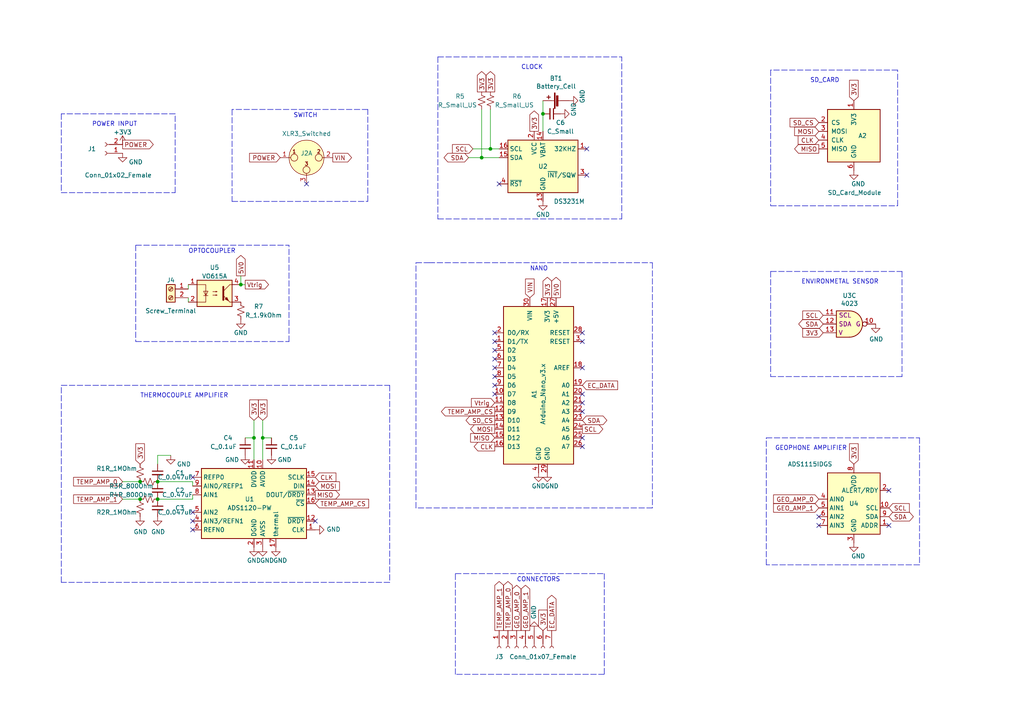
<source format=kicad_sch>
(kicad_sch (version 20211123) (generator eeschema)
  (paper "A4")
  (title_block (title "PENETROMETER BOARD") (date "2023-05-05") (company "ARTS LAB"))
  (lib_symbols
    (symbol "4xxx:4023" (pin_names (offset 1.016))
      (property "Reference" "U" (at 0 1.27 0))
      (property "Value" "4023" (at 0 -1.27 0))
      (symbol "4023_1_1"
        (arc (start 0 -3.81) (mid 3.81 0) (end 0 3.81) (stroke (width 0.254)) (fill (type background)))
        (polyline (pts (xy 0 3.81) (xy -3.81 3.81) (xy -3.81 -3.81) (xy 0 -3.81)) (stroke (width 0.254)) (fill (type background)))
        (pin input line (at -7.62 2.54 0) (length 3.81) (name "~") (number "1"))
        (pin input line (at -7.62 0 0) (length 3.81) (name "~") (number "2"))
        (pin input line (at -7.62 -2.54 0) (length 3.81) (name "~") (number "8"))
        (pin output inverted (at 7.62 0 180) (length 3.81) (name "~") (number "9"))
      )
      (symbol "4023_1_2"
        (arc (start -3.81 -3.81) (mid -2.589 0) (end -3.81 3.81) (stroke (width 0.254)))
        (arc (start -0.6096 -3.81) (mid 2.1842 -2.5851) (end 3.81 0) (stroke (width 0.254)) (fill (type background)))
        (polyline (pts (xy -3.81 -3.81) (xy -0.635 -3.81)) (stroke (width 0.254)) (fill (type background)))
        (polyline (pts (xy -3.81 3.81) (xy -0.635 3.81)) (stroke (width 0.254)) (fill (type background)))
        (polyline (pts (xy -0.635 3.81) (xy -3.81 3.81) (xy -3.81 3.81) (xy -3.556 3.4036) (xy -3.0226 2.2606) (xy -2.6924 1.0414) (xy -2.6162 -0.254) (xy -2.7686 -1.4986) (xy -3.175 -2.7178) (xy -3.81 -3.81) (xy -3.81 -3.81) (xy -0.635 -3.81)) (stroke (width -25.4)) (fill (type background)))
        (arc (start 3.81 0) (mid 2.1915 2.5936) (end -0.6096 3.81) (stroke (width 0.254)) (fill (type background)))
        (pin input inverted (at -7.62 2.54 0) (length 4.318) (name "~") (number "1"))
        (pin input inverted (at -7.62 0 0) (length 4.953) (name "~") (number "2"))
        (pin input inverted (at -7.62 -2.54 0) (length 4.318) (name "~") (number "8"))
        (pin output line (at 7.62 0 180) (length 3.81) (name "~") (number "9"))
      )
      (symbol "4023_2_1"
        (arc (start 0 -3.81) (mid 3.81 0) (end 0 3.81) (stroke (width 0.254)) (fill (type background)))
        (polyline (pts (xy 0 3.81) (xy -3.81 3.81) (xy -3.81 -3.81) (xy 0 -3.81)) (stroke (width 0.254)) (fill (type background)))
        (pin input line (at -7.62 2.54 0) (length 3.81) (name "~") (number "3"))
        (pin input line (at -7.62 0 0) (length 3.81) (name "~") (number "4"))
        (pin input line (at -7.62 -2.54 0) (length 3.81) (name "~") (number "5"))
        (pin output inverted (at 7.62 0 180) (length 3.81) (name "~") (number "6"))
      )
      (symbol "4023_2_2"
        (arc (start -3.81 -3.81) (mid -2.589 0) (end -3.81 3.81) (stroke (width 0.254)))
        (arc (start -0.6096 -3.81) (mid 2.1842 -2.5851) (end 3.81 0) (stroke (width 0.254)) (fill (type background)))
        (polyline (pts (xy -3.81 -3.81) (xy -0.635 -3.81)) (stroke (width 0.254)) (fill (type background)))
        (polyline (pts (xy -3.81 3.81) (xy -0.635 3.81)) (stroke (width 0.254)) (fill (type background)))
        (polyline (pts (xy -0.635 3.81) (xy -3.81 3.81) (xy -3.81 3.81) (xy -3.556 3.4036) (xy -3.0226 2.2606) (xy -2.6924 1.0414) (xy -2.6162 -0.254) (xy -2.7686 -1.4986) (xy -3.175 -2.7178) (xy -3.81 -3.81) (xy -3.81 -3.81) (xy -0.635 -3.81)) (stroke (width -25.4)) (fill (type background)))
        (arc (start 3.81 0) (mid 2.1915 2.5936) (end -0.6096 3.81) (stroke (width 0.254)) (fill (type background)))
        (pin input inverted (at -7.62 2.54 0) (length 4.318) (name "~") (number "3"))
        (pin input inverted (at -7.62 0 0) (length 4.953) (name "~") (number "4"))
        (pin input inverted (at -7.62 -2.54 0) (length 4.318) (name "~") (number "5"))
        (pin output line (at 7.62 0 180) (length 3.81) (name "~") (number "6"))
      )
      (symbol "4023_3_1"
        (arc (start 0 -3.81) (mid 3.81 0) (end 0 3.81) (stroke (width 0.254)) (fill (type background)))
        (polyline (pts (xy 0 3.81) (xy -3.81 3.81) (xy -3.81 -3.81) (xy 0 -3.81)) (stroke (width 0.254)) (fill (type background)))
        (pin output inverted (at 7.62 0 180) (length 3.81) (name "~") (number "10"))
        (pin input line (at -7.62 2.54 0) (length 3.81) (name "~") (number "11"))
        (pin input line (at -7.62 0 0) (length 3.81) (name "~") (number "12"))
        (pin input line (at -7.62 -2.54 0) (length 3.81) (name "~") (number "13"))
      )
      (symbol "4023_3_2"
        (arc (start -3.81 -3.81) (mid -2.589 0) (end -3.81 3.81) (stroke (width 0.254)))
        (arc (start -0.6096 -3.81) (mid 2.1842 -2.5851) (end 3.81 0) (stroke (width 0.254)) (fill (type background)))
        (polyline (pts (xy -3.81 -3.81) (xy -0.635 -3.81)) (stroke (width 0.254)) (fill (type background)))
        (polyline (pts (xy -3.81 3.81) (xy -0.635 3.81)) (stroke (width 0.254)) (fill (type background)))
        (polyline (pts (xy -0.635 3.81) (xy -3.81 3.81) (xy -3.81 3.81) (xy -3.556 3.4036) (xy -3.0226 2.2606) (xy -2.6924 1.0414) (xy -2.6162 -0.254) (xy -2.7686 -1.4986) (xy -3.175 -2.7178) (xy -3.81 -3.81) (xy -3.81 -3.81) (xy -0.635 -3.81)) (stroke (width -25.4)) (fill (type background)))
        (arc (start 3.81 0) (mid 2.1915 2.5936) (end -0.6096 3.81) (stroke (width 0.254)) (fill (type background)))
        (pin output line (at 7.62 0 180) (length 3.81) (name "~") (number "10"))
        (pin input inverted (at -7.62 2.54 0) (length 4.318) (name "~") (number "11"))
        (pin input inverted (at -7.62 0 0) (length 4.953) (name "~") (number "12"))
        (pin input inverted (at -7.62 -2.54 0) (length 4.318) (name "~") (number "13"))
      )
      (symbol "4023_4_0"
        (pin power_in line (at 0 12.7 270) (length 5.08) (name "VDD") (number "14"))
        (pin power_in line (at 0 -12.7 90) (length 5.08) (name "VSS") (number "7"))
      )
      (symbol "4023_4_1"
        (rectangle (start -5.08 7.62) (end 5.08 -7.62) (stroke (width 0.254)) (fill (type background)))
      )
    )
    (symbol "Analog_ADC:ADS1115IDGS"
      (property "Reference" "U" (at 2.54 13.97 0))
      (property "Value" "ADS1115IDGS" (at 7.62 11.43 0))
      (symbol "ADS1115IDGS_0_1"
        (rectangle (start -7.62 10.16) (end 7.62 -7.62) (stroke (width 0.254)) (fill (type background)))
      )
      (symbol "ADS1115IDGS_1_1"
        (pin input line (at 10.16 -5.08 180) (length 2.54) (name "ADDR") (number "1"))
        (pin input line (at 10.16 0 180) (length 2.54) (name "SCL") (number "10"))
        (pin output line (at 10.16 5.08 180) (length 2.54) (name "ALERT/RDY") (number "2"))
        (pin power_in line (at 0 -10.16 90) (length 2.54) (name "GND") (number "3"))
        (pin input line (at -10.16 2.54 0) (length 2.54) (name "AIN0") (number "4"))
        (pin input line (at -10.16 0 0) (length 2.54) (name "AIN1") (number "5"))
        (pin input line (at -10.16 -2.54 0) (length 2.54) (name "AIN2") (number "6"))
        (pin input line (at -10.16 -5.08 0) (length 2.54) (name "AIN3") (number "7"))
        (pin power_in line (at 0 12.7 270) (length 2.54) (name "VDD") (number "8"))
        (pin bidirectional line (at 10.16 -2.54 180) (length 2.54) (name "SDA") (number "9"))
      )
    )
    (symbol "Analog_ADC:ADS1120-PW"
      (property "Reference" "U1" (at -1.27 1.27 0))
      (property "Value" "ADS1120-PW" (at -1.27 -1.27 0))
      (symbol "ADS1120-PW_0_1"
        (rectangle (start -15.24 10.16) (end 15.24 -10.16) (stroke (width 0.254)) (fill (type background)))
      )
      (symbol "ADS1120-PW_1_1"
        (pin input line (at 17.78 -7.62 180) (length 2.54) (name "CLK") (number "1"))
        (pin power_in line (at 2.54 12.7 270) (length 2.54) (name "AVDD") (number "10"))
        (pin power_in line (at 0 12.7 270) (length 2.54) (name "DVDD") (number "11"))
        (pin output line (at 17.78 -5.08 180) (length 2.54) (name "~{DRDY}") (number "12"))
        (pin output line (at 17.78 2.54 180) (length 2.54) (name "DOUT/~{DRDY}") (number "13"))
        (pin input line (at 17.78 5.08 180) (length 2.54) (name "DIN") (number "14"))
        (pin input line (at 17.78 7.62 180) (length 2.54) (name "SCLK") (number "15"))
        (pin input line (at 17.78 0 180) (length 2.54) (name "~{CS}") (number "16"))
        (pin power_in line (at 6.35 -12.7 90) (length 2.54) (name "thermal") (number "17"))
        (pin power_in line (at 0 -12.7 90) (length 2.54) (name "DGND") (number "2"))
        (pin power_in line (at 2.54 -12.7 90) (length 2.54) (name "AVSS") (number "3"))
        (pin input line (at -17.78 -5.08 0) (length 2.54) (name "AIN3/REFN1") (number "4"))
        (pin input line (at -17.78 -2.54 0) (length 2.54) (name "AIN2") (number "5"))
        (pin input line (at -17.78 -7.62 0) (length 2.54) (name "REFN0") (number "6"))
        (pin input line (at -17.78 7.62 0) (length 2.54) (name "REFP0") (number "7"))
        (pin input line (at -17.78 2.54 0) (length 2.54) (name "AIN1") (number "8"))
        (pin input line (at -17.78 5.08 0) (length 2.54) (name "AIN0/REFP1") (number "9"))
      )
    )
    (symbol "Connector:Conn_01x02_Female" (pin_names (offset 1.016) hide)
      (property "Reference" "J" (at 0 2.54 0))
      (property "Value" "Conn_01x02_Female" (at 0 -5.08 0))
      (symbol "Conn_01x02_Female_1_1"
        (arc (start 0 -2.032) (mid -0.508 -2.54) (end 0 -3.048) (stroke (width 0.1524)))
        (polyline (pts (xy -1.27 -2.54) (xy -0.508 -2.54)) (stroke (width 0.1524)))
        (polyline (pts (xy -1.27 0) (xy -0.508 0)) (stroke (width 0.1524)))
        (arc (start 0 0.508) (mid -0.508 0) (end 0 -0.508) (stroke (width 0.1524)))
        (pin passive line (at -5.08 0 0) (length 3.81) (name "Pin_1") (number "1"))
        (pin passive line (at -5.08 -2.54 0) (length 3.81) (name "Pin_2") (number "2"))
      )
    )
    (symbol "Connector:Conn_01x07_Female" (pin_names (offset 1.016) hide)
      (property "Reference" "J" (at 0 10.16 0))
      (property "Value" "Conn_01x07_Female" (at 0 -10.16 0))
      (symbol "Conn_01x07_Female_1_1"
        (arc (start 0 -7.112) (mid -0.508 -7.62) (end 0 -8.128) (stroke (width 0.1524)))
        (arc (start 0 -4.572) (mid -0.508 -5.08) (end 0 -5.588) (stroke (width 0.1524)))
        (arc (start 0 -2.032) (mid -0.508 -2.54) (end 0 -3.048) (stroke (width 0.1524)))
        (polyline (pts (xy -1.27 -7.62) (xy -0.508 -7.62)) (stroke (width 0.1524)))
        (polyline (pts (xy -1.27 -5.08) (xy -0.508 -5.08)) (stroke (width 0.1524)))
        (polyline (pts (xy -1.27 -2.54) (xy -0.508 -2.54)) (stroke (width 0.1524)))
        (polyline (pts (xy -1.27 0) (xy -0.508 0)) (stroke (width 0.1524)))
        (polyline (pts (xy -1.27 2.54) (xy -0.508 2.54)) (stroke (width 0.1524)))
        (polyline (pts (xy -1.27 5.08) (xy -0.508 5.08)) (stroke (width 0.1524)))
        (polyline (pts (xy -1.27 7.62) (xy -0.508 7.62)) (stroke (width 0.1524)))
        (arc (start 0 0.508) (mid -0.508 0) (end 0 -0.508) (stroke (width 0.1524)))
        (arc (start 0 3.048) (mid -0.508 2.54) (end 0 2.032) (stroke (width 0.1524)))
        (arc (start 0 5.588) (mid -0.508 5.08) (end 0 4.572) (stroke (width 0.1524)))
        (arc (start 0 8.128) (mid -0.508 7.62) (end 0 7.112) (stroke (width 0.1524)))
        (pin passive line (at -5.08 7.62 0) (length 3.81) (name "Pin_1") (number "1"))
        (pin passive line (at -5.08 5.08 0) (length 3.81) (name "Pin_2") (number "2"))
        (pin passive line (at -5.08 2.54 0) (length 3.81) (name "Pin_3") (number "3"))
        (pin passive line (at -5.08 0 0) (length 3.81) (name "Pin_4") (number "4"))
        (pin passive line (at -5.08 -2.54 0) (length 3.81) (name "Pin_5") (number "5"))
        (pin passive line (at -5.08 -5.08 0) (length 3.81) (name "Pin_6") (number "6"))
        (pin passive line (at -5.08 -7.62 0) (length 3.81) (name "Pin_7") (number "7"))
      )
    )
    (symbol "Connector:Screw_Terminal_01x02" (pin_names (offset 1.016) hide)
      (property "Reference" "J" (at 0 2.54 0))
      (property "Value" "Screw_Terminal_01x02" (at 0 -5.08 0))
      (symbol "Screw_Terminal_01x02_1_1"
        (rectangle (start -1.27 1.27) (end 1.27 -3.81) (stroke (width 0.254)) (fill (type background)))
        (circle (center 0 -2.54) (radius 0.635) (stroke (width 0.1524)))
        (polyline (pts (xy -0.5334 -2.2098) (xy 0.3302 -3.048)) (stroke (width 0.1524)))
        (polyline (pts (xy -0.5334 0.3302) (xy 0.3302 -0.508)) (stroke (width 0.1524)))
        (polyline (pts (xy -0.3556 -2.032) (xy 0.508 -2.8702)) (stroke (width 0.1524)))
        (polyline (pts (xy -0.3556 0.508) (xy 0.508 -0.3302)) (stroke (width 0.1524)))
        (circle (center 0 0) (radius 0.635) (stroke (width 0.1524)))
        (pin passive line (at -5.08 0 0) (length 3.81) (name "Pin_1") (number "1"))
        (pin passive line (at -5.08 -2.54 0) (length 3.81) (name "Pin_2") (number "2"))
      )
    )
    (symbol "Connector:XLR3_Switched" (pin_names hide)
      (property "Reference" "J" (at 0 8.89 0))
      (property "Value" "XLR3_Switched" (at 0 6.35 0))
      (symbol "XLR3_Switched_1_1"
        (circle (center -3.556 0) (radius 1.016))
        (circle (center 0 -3.556) (radius 1.016))
        (polyline (pts (xy -5.08 0) (xy -4.572 0)))
        (polyline (pts (xy 0 -5.08) (xy 0 -4.572)))
        (polyline (pts (xy 5.08 0) (xy 4.572 0)))
        (circle (center 0 0) (radius 5.08) (fill (type background)))
        (circle (center 3.556 0) (radius 1.016))
        (text "1" (at -3.556 1.778 0) (effects (font (size 1.016 1.016) bold)))
        (text "2" (at 3.556 1.778 0) (effects (font (size 1.016 1.016) bold)))
        (text "3" (at 0 -1.778 0) (effects (font (size 1.016 1.016) bold)))
        (pin passive line (at -7.62 0 0) (length 2.54) (name "~") (number "1"))
        (pin passive line (at 7.62 0 180) (length 2.54) (name "~") (number "2"))
        (pin passive line (at 0 -7.62 90) (length 2.54) (name "~") (number "3"))
      )
      (symbol "XLR3_Switched_2_1"
        (rectangle (start -3.81 4.445) (end 3.81 -5.08) (stroke (width 0.254)) (fill (type background)))
        (circle (center -2.159 0) (radius 0.508) (stroke (width 0.254)))
        (polyline (pts (xy -5.08 0) (xy -2.794 0)))
        (polyline (pts (xy -1.651 0.127) (xy 2.54 1.905)) (stroke (width 0.254)))
        (polyline (pts (xy 5.08 -2.54) (xy 2.794 -2.54)))
        (polyline (pts (xy 5.08 2.54) (xy 2.794 2.54)))
        (circle (center 2.159 -2.54) (radius 0.508) (stroke (width 0.254)))
        (circle (center 2.159 2.54) (radius 0.508) (stroke (width 0.254)))
        (pin passive line (at -7.62 0 0) (length 2.54) (name "~") (number "N"))
        (pin passive line (at 7.62 2.54 180) (length 2.54) (name "~") (number "NC"))
        (pin passive line (at 7.62 -2.54 180) (length 2.54) (name "~") (number "NO"))
      )
    )
    (symbol "Device:Battery_Cell" (pin_numbers hide) (pin_names (offset 0) hide)
      (property "Reference" "BT" (at 2.54 2.54 0))
      (property "Value" "Battery_Cell" (at 2.54 0 0))
      (symbol "Battery_Cell_0_1"
        (rectangle (start -2.286 1.778) (end 2.286 1.524) (fill (type outline)))
        (rectangle (start -1.5748 1.1938) (end 1.4732 0.6858) (fill (type outline)))
        (polyline (pts (xy 0 0.762) (xy 0 0)))
        (polyline (pts (xy 0 1.778) (xy 0 2.54)))
        (polyline (pts (xy 0.508 3.429) (xy 1.524 3.429)) (stroke (width 0.254)))
        (polyline (pts (xy 1.016 3.937) (xy 1.016 2.921)) (stroke (width 0.254)))
      )
      (symbol "Battery_Cell_1_1"
        (pin passive line (at 0 5.08 270) (length 2.54) (name "+") (number "1"))
        (pin passive line (at 0 -2.54 90) (length 2.54) (name "-") (number "2"))
      )
    )
    (symbol "Device:C_Small" (pin_numbers hide) (pin_names (offset 0.254) hide)
      (property "Reference" "C" (at 0.254 1.778 0))
      (property "Value" "C_Small" (at 0.254 -2.032 0))
      (symbol "C_Small_0_1"
        (polyline (pts (xy -1.524 -0.508) (xy 1.524 -0.508)) (stroke (width 0.3302)))
        (polyline (pts (xy -1.524 0.508) (xy 1.524 0.508)) (stroke (width 0.3048)))
      )
      (symbol "C_Small_1_1"
        (pin passive line (at 0 2.54 270) (length 2.032) (name "~") (number "1"))
        (pin passive line (at 0 -2.54 90) (length 2.032) (name "~") (number "2"))
      )
    )
    (symbol "Device:R_Small_US" (pin_numbers hide) (pin_names (offset 0.254) hide)
      (property "Reference" "R" (at 0.762 0.508 0))
      (property "Value" "R_Small_US" (at 0.762 -1.016 0))
      (symbol "R_Small_US_1_1"
        (polyline (pts (xy 0 0) (xy 1.016 -0.381) (xy 0 -0.762) (xy -1.016 -1.143) (xy 0 -1.524)))
        (polyline (pts (xy 0 1.524) (xy 1.016 1.143) (xy 0 0.762) (xy -1.016 0.381) (xy 0 0)))
        (pin passive line (at 0 2.54 270) (length 1.016) (name "~") (number "1"))
        (pin passive line (at 0 -2.54 90) (length 1.016) (name "~") (number "2"))
      )
    )
    (symbol "Isolator:VO615A" (pin_names (offset 0.762))
      (property "Reference" "U" (at 0 7.62 0))
      (property "Value" "VO615A" (at 0 5.08 0))
      (symbol "VO615A_0_1"
        (rectangle (start -5.08 3.81) (end 5.08 -3.81) (stroke (width 0.254)) (fill (type background)))
        (polyline (pts (xy -3.175 -0.635) (xy -1.905 -0.635)))
        (polyline (pts (xy 2.54 0.635) (xy 4.445 2.54)))
        (polyline (pts (xy 4.445 -2.54) (xy 2.54 -0.635)) (fill (type outline)))
        (polyline (pts (xy 4.445 -2.54) (xy 5.08 -2.54)))
        (polyline (pts (xy 4.445 2.54) (xy 5.08 2.54)))
        (polyline (pts (xy 2.54 1.905) (xy 2.54 -1.905) (xy 2.54 -1.905)) (stroke (width 0.508)))
        (polyline (pts (xy -5.08 2.54) (xy -2.54 2.54) (xy -2.54 -2.54) (xy -5.08 -2.54)))
        (polyline (pts (xy -2.54 -0.635) (xy -3.175 0.635) (xy -1.905 0.635) (xy -2.54 -0.635)))
        (polyline (pts (xy -0.508 -0.508) (xy 0.762 -0.508) (xy 0.381 -0.635) (xy 0.381 -0.381) (xy 0.762 -0.508)))
        (polyline (pts (xy -0.508 0.508) (xy 0.762 0.508) (xy 0.381 0.381) (xy 0.381 0.635) (xy 0.762 0.508)))
        (polyline (pts (xy 3.048 -1.651) (xy 3.556 -1.143) (xy 4.064 -2.159) (xy 3.048 -1.651) (xy 3.048 -1.651)) (fill (type outline)))
      )
      (symbol "VO615A_1_1"
        (pin passive line (at -7.62 2.54 0) (length 2.54) (name "~") (number "1"))
        (pin passive line (at -7.62 -2.54 0) (length 2.54) (name "~") (number "2"))
        (pin passive line (at 7.62 -2.54 180) (length 2.54) (name "~") (number "3"))
        (pin passive line (at 7.62 2.54 180) (length 2.54) (name "~") (number "4"))
      )
    )
    (symbol "Timer_RTC:DS3231M"
      (property "Reference" "U" (at -7.62 8.89 0))
      (property "Value" "DS3231M" (at 10.16 8.89 0))
      (symbol "DS3231M_0_1"
        (rectangle (start -10.16 7.62) (end 10.16 -7.62) (stroke (width 0.254)) (fill (type background)))
      )
      (symbol "DS3231M_1_1"
        (pin open_collector line (at 12.7 5.08 180) (length 2.54) (name "32KHZ") (number "1"))
        (pin passive line (at 0 -10.16 90) (length 2.54) hide (name "GND") (number "10"))
        (pin passive line (at 0 -10.16 90) (length 2.54) hide (name "GND") (number "11"))
        (pin passive line (at 0 -10.16 90) (length 2.54) hide (name "GND") (number "12"))
        (pin power_in line (at 0 -10.16 90) (length 2.54) (name "GND") (number "13"))
        (pin power_in line (at 0 10.16 270) (length 2.54) (name "VBAT") (number "14"))
        (pin bidirectional line (at -12.7 2.54 0) (length 2.54) (name "SDA") (number "15"))
        (pin input line (at -12.7 5.08 0) (length 2.54) (name "SCL") (number "16"))
        (pin power_in line (at -2.54 10.16 270) (length 2.54) (name "VCC") (number "2"))
        (pin open_collector line (at 12.7 -2.54 180) (length 2.54) (name "~{INT}/SQW") (number "3"))
        (pin bidirectional line (at -12.7 -5.08 0) (length 2.54) (name "~{RST}") (number "4"))
        (pin passive line (at 0 -10.16 90) (length 2.54) hide (name "GND") (number "5"))
        (pin passive line (at 0 -10.16 90) (length 2.54) hide (name "GND") (number "6"))
        (pin passive line (at 0 -10.16 90) (length 2.54) hide (name "GND") (number "7"))
        (pin passive line (at 0 -10.16 90) (length 2.54) hide (name "GND") (number "8"))
        (pin passive line (at 0 -10.16 90) (length 2.54) hide (name "GND") (number "9"))
      )
    )
    (symbol "power:+3V3" (power) (pin_names (offset 0))
      (property "Value" "+3V3" (at 0 3.556 0))
      (symbol "+3V3_0_1"
        (polyline (pts (xy -0.762 1.27) (xy 0 2.54)))
        (polyline (pts (xy 0 0) (xy 0 2.54)))
        (polyline (pts (xy 0 2.54) (xy 0.762 1.27)))
      )
      (symbol "+3V3_1_1"
        (pin power_in line (at 0 0 90) (length 0) hide (name "+3V3") (number "1"))
      )
    )
    (symbol "power:GND" (power) (pin_names (offset 0))
      (property "Value" "GND" (at 0 -3.81 0))
      (symbol "GND_0_1"
        (polyline (pts (xy 0 0) (xy 0 -1.27) (xy 1.27 -1.27) (xy 0 -2.54) (xy -1.27 -1.27) (xy 0 -1.27)))
      )
      (symbol "GND_1_1"
        (pin power_in line (at 0 0 270) (length 0) hide (name "GND") (number "1"))
      )
    )
    (symbol "smart-penetrometer-update-rescue:Arduino_Nano_v3.x-MCU_Module-kitest-rescue-smart-penetrometer-rescue-smart-penetrometer-update-rescue" (pin_names (offset 1.016))
      (property "Reference" "A" (at -5.08 26.035 0))
      (property "Value" "Arduino_Nano_v3.x-MCU_Module-kitest-rescue-smart-penetrometer-rescue-smart-penetrometer-update-rescue" (at -5.08 24.13 0))
      (symbol "Arduino_Nano_v3.x-MCU_Module-kitest-rescue-smart-penetrometer-rescue-smart-penetrometer-update-rescue_0_1"
        (rectangle (start -10.16 22.86) (end 10.16 -22.86) (stroke (width 0.254)) (fill (type background)))
      )
      (symbol "Arduino_Nano_v3.x-MCU_Module-kitest-rescue-smart-penetrometer-rescue-smart-penetrometer-update-rescue_1_1"
        (pin bidirectional line (at -12.7 12.7 0) (length 2.54) (name "D1/TX") (number "1"))
        (pin bidirectional line (at -12.7 -2.54 0) (length 2.54) (name "D7") (number "10"))
        (pin bidirectional line (at -12.7 -5.08 0) (length 2.54) (name "D8") (number "11"))
        (pin bidirectional line (at -12.7 -7.62 0) (length 2.54) (name "D9") (number "12"))
        (pin bidirectional line (at -12.7 -10.16 0) (length 2.54) (name "D10") (number "13"))
        (pin bidirectional line (at -12.7 -12.7 0) (length 2.54) (name "D11") (number "14"))
        (pin bidirectional line (at -12.7 -15.24 0) (length 2.54) (name "D12") (number "15"))
        (pin bidirectional line (at -12.7 -17.78 0) (length 2.54) (name "D13") (number "16"))
        (pin power_out line (at 2.54 25.4 270) (length 2.54) (name "3V3") (number "17"))
        (pin input line (at 12.7 5.08 180) (length 2.54) (name "AREF") (number "18"))
        (pin bidirectional line (at 12.7 0 180) (length 2.54) (name "A0") (number "19"))
        (pin bidirectional line (at -12.7 15.24 0) (length 2.54) (name "D0/RX") (number "2"))
        (pin bidirectional line (at 12.7 -2.54 180) (length 2.54) (name "A1") (number "20"))
        (pin bidirectional line (at 12.7 -5.08 180) (length 2.54) (name "A2") (number "21"))
        (pin bidirectional line (at 12.7 -7.62 180) (length 2.54) (name "A3") (number "22"))
        (pin bidirectional line (at 12.7 -10.16 180) (length 2.54) (name "A4") (number "23"))
        (pin bidirectional line (at 12.7 -12.7 180) (length 2.54) (name "A5") (number "24"))
        (pin bidirectional line (at 12.7 -15.24 180) (length 2.54) (name "A6") (number "25"))
        (pin bidirectional line (at 12.7 -17.78 180) (length 2.54) (name "A7") (number "26"))
        (pin power_out line (at 5.08 25.4 270) (length 2.54) (name "+5V") (number "27"))
        (pin input line (at 12.7 15.24 180) (length 2.54) (name "RESET") (number "28"))
        (pin power_in line (at 2.54 -25.4 90) (length 2.54) (name "GND") (number "29"))
        (pin input line (at 12.7 12.7 180) (length 2.54) (name "RESET") (number "3"))
        (pin power_in line (at -2.54 25.4 270) (length 2.54) (name "VIN") (number "30"))
        (pin power_in line (at 0 -25.4 90) (length 2.54) (name "GND") (number "4"))
        (pin bidirectional line (at -12.7 10.16 0) (length 2.54) (name "D2") (number "5"))
        (pin bidirectional line (at -12.7 7.62 0) (length 2.54) (name "D3") (number "6"))
        (pin bidirectional line (at -12.7 5.08 0) (length 2.54) (name "D4") (number "7"))
        (pin bidirectional line (at -12.7 2.54 0) (length 2.54) (name "D5") (number "8"))
        (pin bidirectional line (at -12.7 0 0) (length 2.54) (name "D6") (number "9"))
      )
    )
    (symbol "smart-penetrometer-update-rescue:SD_Card_Module-Charleslabs_Parts-kitest-rescue-smart-penetrometer-rescue-smart-penetrometer-update-rescue" (pin_names (offset 1.016))
      (property "Reference" "A" (at -7.62 10.16 0))
      (property "Value" "SD_Card_Module-Charleslabs_Parts-kitest-rescue-smart-penetrometer-rescue-smart-penetrometer-update-rescue" (at 10.16 10.16 0))
      (symbol "SD_Card_Module-Charleslabs_Parts-kitest-rescue-smart-penetrometer-rescue-smart-penetrometer-update-rescue_0_1"
        (rectangle (start -7.62 7.62) (end 7.62 -7.62) (stroke (width 0.254)) (fill (type background)))
      )
      (symbol "SD_Card_Module-Charleslabs_Parts-kitest-rescue-smart-penetrometer-rescue-smart-penetrometer-update-rescue_1_1"
        (pin power_in line (at 0 10.16 270) (length 2.54) (name "3V3") (number "1"))
        (pin input line (at -10.16 3.81 0) (length 2.54) (name "CS") (number "2"))
        (pin input line (at -10.16 1.27 0) (length 2.54) (name "MOSI") (number "3"))
        (pin input line (at -10.16 -1.27 0) (length 2.54) (name "CLK") (number "4"))
        (pin tri_state line (at -10.16 -3.81 0) (length 2.54) (name "MISO") (number "5"))
        (pin power_in line (at 0 -10.16 90) (length 2.54) (name "GND") (number "6"))
      )
    )
  )
  (junction (at 40.64 144.78))
  (junction (at 73.66 127))
  (junction (at 142.24 43.18))
  (junction (at 40.64 139.7))
  (junction (at 45.72 144.78))
  (junction (at 157.48 33.02))
  (junction (at 69.85 82.55))
  (junction (at 45.72 139.7))
  (junction (at 76.2 127))
  (junction (at 139.7 45.72))
  (no_connect (at 257.81 142.24))
  (no_connect (at 237.49 149.86))
  (no_connect (at 55.88 138.43))
  (no_connect (at 91.44 151.13))
  (no_connect (at 257.81 152.4))
  (no_connect (at 143.51 111.76))
  (no_connect (at 88.9 53.34))
  (no_connect (at 55.88 153.67))
  (no_connect (at 168.91 99.06))
  (no_connect (at 237.49 152.4))
  (no_connect (at 168.91 129.54))
  (no_connect (at 143.51 106.68))
  (no_connect (at 168.91 116.84))
  (no_connect (at 143.51 114.3))
  (no_connect (at 168.91 106.68))
  (no_connect (at 143.51 109.22))
  (no_connect (at 168.91 119.38))
  (no_connect (at 143.51 101.6))
  (no_connect (at 144.78 53.34))
  (no_connect (at 143.51 99.06))
  (no_connect (at 55.88 151.13))
  (no_connect (at 55.88 148.59))
  (no_connect (at 143.51 96.52))
  (no_connect (at 170.18 43.18))
  (no_connect (at 168.91 127))
  (no_connect (at 170.18 50.8))
  (no_connect (at 143.51 104.14))
  (no_connect (at 168.91 96.52))
  (no_connect (at 168.91 114.3))
  (wire (pts (xy 45.72 134.62) (xy 45.72 132.08)))
  (wire (pts (xy 142.24 43.18) (xy 144.78 43.18)))
  (polyline (pts (xy 266.7 163.83) (xy 222.25 163.83)))
  (polyline (pts (xy 17.78 168.91) (xy 17.78 111.76)))
  (polyline (pts (xy 261.62 109.22) (xy 223.52 109.22)))
  (wire (pts (xy 139.7 45.72) (xy 144.78 45.72)))
  (wire (pts (xy 71.12 127) (xy 73.66 127)))
  (polyline (pts (xy 180.34 63.5) (xy 180.34 16.51)))
  (polyline (pts (xy 67.31 58.42) (xy 106.68 58.42)))
  (wire (pts (xy 73.66 133.35) (xy 73.66 127)))
  (wire (pts (xy 55.88 144.78) (xy 55.88 143.51)))
  (polyline (pts (xy 189.23 147.32) (xy 120.65 147.32)))
  (wire (pts (xy 157.48 33.02) (xy 157.48 38.1)))
  (polyline (pts (xy 120.65 147.32) (xy 120.65 76.2)))
  (polyline (pts (xy 222.25 127) (xy 266.7 127)))
  (wire (pts (xy 73.66 121.92) (xy 73.66 127)))
  (polyline (pts (xy 223.52 78.74) (xy 223.52 109.22)))
  (wire (pts (xy 76.2 133.35) (xy 76.2 127)))
  (polyline (pts (xy 261.62 78.74) (xy 261.62 109.22)))
  (polyline (pts (xy 39.37 99.06) (xy 83.82 99.06)))
  (wire (pts (xy 54.61 86.36) (xy 54.61 87.63)))
  (polyline (pts (xy 266.7 127) (xy 266.7 129.54)))
  (polyline (pts (xy 223.52 59.69) (xy 260.35 59.69)))
  (polyline (pts (xy 17.78 33.02) (xy 17.78 55.88)))
  (polyline (pts (xy 260.35 20.32) (xy 223.52 20.32)))
  (polyline (pts (xy 113.03 168.91) (xy 17.78 168.91)))
  (wire (pts (xy 45.72 144.78) (xy 55.88 144.78)))
  (polyline (pts (xy 39.37 71.12) (xy 83.82 71.12)))
  (polyline (pts (xy 175.26 166.37) (xy 175.26 195.58)))
  (wire (pts (xy 45.72 132.08) (xy 49.53 132.08)))
  (polyline (pts (xy 106.68 31.75) (xy 67.31 31.75)))
  (polyline (pts (xy 17.78 111.76) (xy 113.03 111.76)))
  (polyline (pts (xy 67.31 31.75) (xy 67.31 58.42)))
  (wire (pts (xy 45.72 139.7) (xy 55.88 139.7)))
  (polyline (pts (xy 50.8 33.02) (xy 17.78 33.02)))
  (polyline (pts (xy 83.82 99.06) (xy 83.82 71.12)))
  (wire (pts (xy 40.64 139.7) (xy 35.56 139.7)))
  (wire (pts (xy 55.88 139.7) (xy 55.88 140.97)))
  (wire (pts (xy 142.24 31.75) (xy 142.24 43.18)))
  (wire (pts (xy 69.85 82.55) (xy 71.12 82.55)))
  (polyline (pts (xy 189.23 76.2) (xy 189.23 147.32)))
  (polyline (pts (xy 50.8 55.88) (xy 50.8 33.02)))
  (wire (pts (xy 35.56 144.78) (xy 40.64 144.78)))
  (polyline (pts (xy 223.52 78.74) (xy 261.62 78.74)))
  (polyline (pts (xy 106.68 58.42) (xy 106.68 31.75)))
  (polyline (pts (xy 132.08 166.37) (xy 175.26 166.37)))
  (polyline (pts (xy 120.65 76.2) (xy 125.73 76.2)))
  (wire (pts (xy 137.16 43.18) (xy 142.24 43.18)))
  (polyline (pts (xy 223.52 20.32) (xy 223.52 59.69)))
  (wire (pts (xy 157.48 29.21) (xy 157.48 33.02)))
  (polyline (pts (xy 113.03 111.76) (xy 113.03 168.91)))
  (polyline (pts (xy 132.08 195.58) (xy 132.08 166.37)))
  (polyline (pts (xy 222.25 163.83) (xy 222.25 127)))
  (polyline (pts (xy 39.37 71.12) (xy 39.37 99.06)))
  (polyline (pts (xy 175.26 195.58) (xy 132.08 195.58)))
  (polyline (pts (xy 127 16.51) (xy 180.34 16.51)))
  (wire (pts (xy 76.2 121.92) (xy 76.2 127)))
  (polyline (pts (xy 124.46 76.2) (xy 189.23 76.2)))
  (polyline (pts (xy 127 16.51) (xy 127 63.5)))
  (wire (pts (xy 139.7 31.75) (xy 139.7 45.72)))
  (wire (pts (xy 135.89 45.72) (xy 139.7 45.72)))
  (wire (pts (xy 76.2 127) (xy 78.74 127)))
  (wire (pts (xy 69.85 80.01) (xy 69.85 82.55)))
  (polyline (pts (xy 17.78 55.88) (xy 50.8 55.88)))
  (polyline (pts (xy 260.35 59.69) (xy 260.35 20.32)))
  (polyline (pts (xy 127 63.5) (xy 180.34 63.5)))
  (polyline (pts (xy 266.7 129.54) (xy 266.7 163.83)))
  (wire (pts (xy 54.61 82.55) (xy 54.61 83.82)))
  (text "THERMOCOUPLE AMPLIFIER" (at 40.64 115.57 0) (effects (font (size 1.27 1.27)) (justify left bottom)))
  (text "POWER INPUT" (at 26.67 36.83 0) (effects (font (size 1.27 1.27)) (justify left bottom)))
  (text "NANO" (at 153.67 78.74 0) (effects (font (size 1.27 1.27)) (justify left bottom)))
  (text "SWITCH" (at 85.09 34.29 0) (effects (font (size 1.27 1.27)) (justify left bottom)))
  (text "CLOCK" (at 151.13 20.32 0) (effects (font (size 1.27 1.27)) (justify left bottom)))
  (text "CONNECTORS" (at 149.86 168.91 0) (effects (font (size 1.27 1.27)) (justify left bottom)))
  (text "SD_CARD" (at 234.95 24.13 0) (effects (font (size 1.27 1.27)) (justify left bottom)))
  (text "ENVIRONMETAL SENSOR" (at 232.41 82.55 0) (effects (font (size 1.27 1.27)) (justify left bottom)))
  (text "GEOPHONE AMPLIFIER" (at 224.79 130.81 0) (effects (font (size 1.27 1.27)) (justify left bottom)))
  (text "OPTOCOUPLER" (at 54.61 73.66 0) (effects (font (size 1.27 1.27)) (justify left bottom)))
  (global_label "SDA" (shape bidirectional) (at 257.81 149.86 0) (property "Intersheet References" "${INTERSHEET_REFS}" (effects hide)))
  (global_label "SDA" (shape bidirectional) (at 135.89 45.72 180) (property "Intersheet References" "${INTERSHEET_REFS}" (effects hide)))
  (global_label "SCL" (shape input) (at 137.16 43.18 180) (property "Intersheet References" "${INTERSHEET_REFS}" (effects hide)))
  (global_label "3V3" (shape input) (at 40.64 134.62 90) (property "Intersheet References" "${INTERSHEET_REFS}" (effects hide)))
  (global_label "MISO" (shape output) (at 91.44 143.51 0) (property "Intersheet References" "${INTERSHEET_REFS}" (effects hide)))
  (global_label "EC_DATA" (shape output) (at 160.02 182.88 90) (property "Intersheet References" "${INTERSHEET_REFS}" (effects hide)))
  (global_label "5V0" (shape output) (at 69.85 80.01 90) (property "Intersheet References" "${INTERSHEET_REFS}" (effects hide)))
  (global_label "TEMP_AMP_1" (shape input) (at 35.56 144.78 180) (property "Intersheet References" "${INTERSHEET_REFS}" (effects hide)))
  (global_label "MOSI" (shape input) (at 237.49 38.1 180) (property "Intersheet References" "${INTERSHEET_REFS}" (effects hide)))
  (global_label "SCL" (shape input) (at 238.76 91.44 180) (property "Intersheet References" "${INTERSHEET_REFS}" (effects hide)))
  (global_label "CLK" (shape input) (at 237.49 40.64 180) (property "Intersheet References" "${INTERSHEET_REFS}" (effects hide)))
  (global_label "SCL" (shape output) (at 168.91 124.46 0) (property "Intersheet References" "${INTERSHEET_REFS}" (effects hide)))
  (global_label "Vtrig" (shape output) (at 71.12 82.55 0) (property "Intersheet References" "${INTERSHEET_REFS}" (effects hide)))
  (global_label "TEMP_AMP_CS" (shape output) (at 143.51 119.38 180) (property "Intersheet References" "${INTERSHEET_REFS}" (effects hide)))
  (global_label "3V3" (shape input) (at 157.48 182.88 90) (property "Intersheet References" "${INTERSHEET_REFS}" (effects hide)))
  (global_label "EC_DATA" (shape input) (at 168.91 111.76 0) (property "Intersheet References" "${INTERSHEET_REFS}" (effects hide)))
  (global_label "CLK" (shape output) (at 143.51 129.54 180) (property "Intersheet References" "${INTERSHEET_REFS}" (effects hide)))
  (global_label "GEO_AMP_0" (shape output) (at 149.86 182.88 90) (property "Intersheet References" "${INTERSHEET_REFS}" (effects hide)))
  (global_label "GEO_AMP_1" (shape output) (at 152.4 182.88 90) (property "Intersheet References" "${INTERSHEET_REFS}" (effects hide)))
  (global_label "TEMP_AMP_0" (shape input) (at 35.56 139.7 180) (property "Intersheet References" "${INTERSHEET_REFS}" (effects hide)))
  (global_label "3V3" (shape output) (at 139.7 26.67 90) (property "Intersheet References" "${INTERSHEET_REFS}" (effects hide)))
  (global_label "CLK" (shape input) (at 91.44 138.43 0) (property "Intersheet References" "${INTERSHEET_REFS}" (effects hide)))
  (global_label "SD_CS" (shape input) (at 237.49 35.56 180) (property "Intersheet References" "${INTERSHEET_REFS}" (effects hide)))
  (global_label "3V3" (shape input) (at 238.76 96.52 180) (property "Intersheet References" "${INTERSHEET_REFS}" (effects hide)))
  (global_label "SDA" (shape bidirectional) (at 238.76 93.98 180) (property "Intersheet References" "${INTERSHEET_REFS}" (effects hide)))
  (global_label "GEO_AMP_0" (shape input) (at 237.49 144.78 180) (property "Intersheet References" "${INTERSHEET_REFS}" (effects hide)))
  (global_label "POWER" (shape input) (at 81.28 45.72 180) (property "Intersheet References" "${INTERSHEET_REFS}" (effects hide)))
  (global_label "SD_CS" (shape output) (at 143.51 121.92 180) (property "Intersheet References" "${INTERSHEET_REFS}" (effects hide)))
  (global_label "3V3" (shape output) (at 142.24 26.67 90) (property "Intersheet References" "${INTERSHEET_REFS}" (effects hide)))
  (global_label "SCL" (shape input) (at 257.81 147.32 0) (property "Intersheet References" "${INTERSHEET_REFS}" (effects hide)))
  (global_label "GEO_AMP_1" (shape input) (at 237.49 147.32 180) (property "Intersheet References" "${INTERSHEET_REFS}" (effects hide)))
  (global_label "Vtrig" (shape input) (at 143.51 116.84 180) (property "Intersheet References" "${INTERSHEET_REFS}" (effects hide)))
  (global_label "VIN" (shape output) (at 96.52 45.72 0) (property "Intersheet References" "${INTERSHEET_REFS}" (effects hide)))
  (global_label "TEMP_AMP_CS" (shape input) (at 91.44 146.05 0) (property "Intersheet References" "${INTERSHEET_REFS}" (effects hide)))
  (global_label "POWER" (shape output) (at 35.56 41.91 0) (property "Intersheet References" "${INTERSHEET_REFS}" (effects hide)))
  (global_label "3V3" (shape input) (at 247.65 29.21 90) (property "Intersheet References" "${INTERSHEET_REFS}" (effects hide)))
  (global_label "TEMP_AMP_0" (shape output) (at 147.32 182.88 90) (property "Intersheet References" "${INTERSHEET_REFS}" (effects hide)))
  (global_label "3V3" (shape output) (at 154.94 38.1 90) (property "Intersheet References" "${INTERSHEET_REFS}" (effects hide)))
  (global_label "5V0" (shape output) (at 161.29 86.36 90) (property "Intersheet References" "${INTERSHEET_REFS}" (effects hide)))
  (global_label "3V3" (shape output) (at 158.75 86.36 90) (property "Intersheet References" "${INTERSHEET_REFS}" (effects hide)))
  (global_label "3V3" (shape input) (at 73.66 121.92 90) (property "Intersheet References" "${INTERSHEET_REFS}" (effects hide)))
  (global_label "3V3" (shape input) (at 247.65 134.62 90) (property "Intersheet References" "${INTERSHEET_REFS}" (effects hide)))
  (global_label "MOSI" (shape input) (at 91.44 140.97 0) (property "Intersheet References" "${INTERSHEET_REFS}" (effects hide)))
  (global_label "MISO" (shape input) (at 143.51 127 180) (property "Intersheet References" "${INTERSHEET_REFS}" (effects hide)))
  (global_label "3V3" (shape input) (at 76.2 121.92 90) (property "Intersheet References" "${INTERSHEET_REFS}" (effects hide)))
  (global_label "MISO" (shape output) (at 237.49 43.18 180) (property "Intersheet References" "${INTERSHEET_REFS}" (effects hide)))
  (global_label "TEMP_AMP_1" (shape output) (at 144.78 182.88 90) (property "Intersheet References" "${INTERSHEET_REFS}" (effects hide)))
  (global_label "SDA" (shape bidirectional) (at 168.91 121.92 0) (property "Intersheet References" "${INTERSHEET_REFS}" (effects hide)))
  (global_label "MOSI" (shape output) (at 143.51 124.46 180) (property "Intersheet References" "${INTERSHEET_REFS}" (effects hide)))
  (global_label "VIN" (shape input) (at 153.67 86.36 90) (property "Intersheet References" "${INTERSHEET_REFS}" (effects hide)))
  (symbol (lib_id "power:GND") (at 91.44 153.67 90) (unit 1)
    (property "Reference" "#PWR010" (effects hide))
    (property "Value" "GND" (at 94.6912 153.543 90) (effects (justify right)))
  )
  (symbol (lib_id "power:GND") (at 69.85 92.71 0) (unit 1)
    (property "Reference" "#PWR020" (effects hide))
    (property "Value" "GND" (at 69.85 96.52 0))
  )
  (symbol (lib_id "Device:Battery_Cell") (at 162.56 29.21 90) (unit 1)
    (property "Reference" "BT1" (at 161.29 22.733 90))
    (property "Value" "Battery_Cell" (at 161.29 25.0444 90))
    (property "Footprint" "kitest:battery_holder_10mm" (effects hide))
  )
  (symbol (lib_id "Analog_ADC:ADS1115IDGS") (at 247.65 147.32 0) (unit 1)
    (property "Reference" "U4" (at 247.65 146.05 0))
    (property "Value" "ADS1115IDGS" (at 234.95 134.62 0))
    (property "Footprint" "kitest:10X2QFN" (effects hide))
    (property "Datasheet" "http://www.ti.com/lit/ds/symlink/ads1113.pdf" (effects hide))
  )
  (symbol (lib_id "Device:R_Small_US") (at 69.85 90.17 0) (unit 1)
    (property "Reference" "R7" (at 73.66 88.9 0) (effects (justify left)))
    (property "Value" "R_1.9kOhm" (at 71.12 91.44 0) (effects (justify left)))
    (property "Footprint" "Resistor_SMD:R_1206_3216Metric" (effects hide))
  )
  (symbol (lib_id "power:+3V3") (at 35.56 41.91 0) (unit 1)
    (property "Reference" "#PWR01" (effects hide))
    (property "Value" "+3V3" (at 35.56 38.3342 0))
  )
  (symbol (lib_id "power:GND") (at 156.21 137.16 0) (unit 1)
    (property "Reference" "#PWR011" (effects hide))
    (property "Value" "GND" (at 156.21 140.97 0))
  )
  (symbol (lib_id "smart-penetrometer-update-rescue:SD_Card_Module-Charleslabs_Parts-kitest-rescue-smart-penetrometer-rescue-smart-penetrometer-update-rescue") (at 247.65 39.37 0) (unit 1)
    (property "Reference" "A2" (at 248.92 39.37 0) (effects (justify left)))
    (property "Value" "SD_Card_Module" (at 240.03 55.88 0) (effects (justify left)))
    (property "Footprint" "kitest:SD Module" (effects hide))
  )
  (symbol (lib_id "Isolator:VO615A") (at 62.23 85.09 0) (unit 1)
    (property "Reference" "U5" (at 62.23 77.5802 0))
    (property "Value" "VO615A" (at 62.23 80.1171 0))
    (property "Footprint" "footprints:Vishay_VOS615A" (effects hide))
    (property "Datasheet" "http://www.vishay.com/docs/81753/vo615a.pdf" (effects hide))
  )
  (symbol (lib_id "power:GND") (at 165.1 29.21 90) (unit 1)
    (property "Reference" "#PWR016" (effects hide))
    (property "Value" "GND" (at 168.91 27.94 0))
  )
  (symbol (lib_id "Timer_RTC:DS3231M") (at 157.48 48.26 0) (unit 1)
    (property "Reference" "U2" (at 157.48 48.26 0))
    (property "Value" "DS3231M" (at 165.1 58.42 0))
    (property "Footprint" "Package_SO:SOIC-16W_7.5x10.3mm_P1.27mm" (effects hide))
    (property "Datasheet" "http://datasheets.maximintegrated.com/en/ds/DS3231.pdf" (effects hide))
  )
  (symbol (lib_id "power:GND") (at 80.01 158.75 0) (unit 1)
    (property "Reference" "#PWR0101" (effects hide))
    (property "Value" "GND" (at 81.28 162.56 0))
  )
  (symbol (lib_id "power:GND") (at 49.53 132.08 0) (unit 1)
    (property "Reference" "#PWR05" (effects hide))
    (property "Value" "GND" (at 53.34 134.62 0))
  )
  (symbol (lib_id "Connector:Screw_Terminal_01x02") (at 49.53 83.82 0) (mirror y) (unit 1)
    (property "Reference" "J4" (at 49.53 81.28 0))
    (property "Value" "Screw_Terminal" (at 49.53 90.17 0))
    (property "Footprint" "TerminalBlock:TerminalBlock_bornier-2_P5.08mm" (effects hide))
  )
  (symbol (lib_id "Connector:Conn_01x07_Female") (at 152.4 187.96 90) (mirror x) (unit 1)
    (property "Reference" "J3" (at 144.78 190.5 90))
    (property "Value" "Conn_01x07_Female" (at 157.48 190.5 90))
    (property "Footprint" "Connector_PinSocket_2.54mm:PinSocket_1x07_P2.54mm_Horizontal" (effects hide))
  )
  (symbol (lib_id "Connector:Conn_01x02_Female") (at 30.48 44.45 180) (unit 1)
    (property "Reference" "J1" (at 26.67 43.18 0))
    (property "Value" "Conn_01x02_Female" (at 34.29 50.8 0))
    (property "Footprint" "Connector_PinSocket_2.54mm:PinSocket_1x02_P2.54mm_Horizontal" (effects hide))
  )
  (symbol (lib_id "power:GND") (at 71.12 132.08 0) (unit 1)
    (property "Reference" "#PWR06" (effects hide))
    (property "Value" "GND" (at 67.31 133.35 0))
  )
  (symbol (lib_id "Device:R_Small_US") (at 40.64 137.16 0) (unit 1)
    (property "Reference" "R1" (at 27.94 135.89 0) (effects (justify left)))
    (property "Value" "R_1MOhm" (at 30.48 135.89 0) (effects (justify left)))
    (property "Footprint" "Resistor_SMD:R_1206_3216Metric" (effects hide))
  )
  (symbol (lib_id "power:GND") (at 247.65 157.48 0) (unit 1)
    (property "Reference" "#PWR018" (effects hide))
    (property "Value" "GND" (at 248.92 161.29 0))
  )
  (symbol (lib_id "4xxx:4023") (at 246.38 93.98 0) (unit 3)
    (property "Reference" "U3" (at 246.38 85.725 0))
    (property "Value" "4023" (at 246.38 88.0364 0))
    (property "Footprint" "kitest:TDS_module" (effects hide))
    (property "Datasheet" "http://www.intersil.com/content/dam/Intersil/documents/cd40/cd4011bms-12bms-23bms.pdf" (effects hide))
    (property "4" "G" (at 248.92 93.98 0))
    (property "2" "SCL" (at 245.11 91.44 0))
    (property "1" "SDA" (at 245.11 93.98 0))
    (property "3" "V" (at 243.84 96.52 0))
  )
  (symbol (lib_id "power:GND") (at 35.56 44.45 0) (unit 1)
    (property "Reference" "#PWR02" (effects hide))
    (property "Value" "GND" (at 39.37 46.99 0))
  )
  (symbol (lib_id "Device:C_Small") (at 71.12 129.54 0) (unit 1)
    (property "Reference" "C4" (at 64.77 127 0) (effects (justify left)))
    (property "Value" "C_0.1uF" (at 60.96 129.54 0) (effects (justify left)))
    (property "Footprint" "Capacitor_SMD:C_1206_3216Metric" (effects hide))
  )
  (symbol (lib_id "power:GND") (at 78.74 132.08 0) (unit 1)
    (property "Reference" "#PWR09" (effects hide))
    (property "Value" "GND" (at 82.55 133.35 0))
  )
  (symbol (lib_id "power:GND") (at 158.75 137.16 0) (unit 1)
    (property "Reference" "#PWR013" (effects hide))
    (property "Value" "GND" (at 160.02 140.97 0))
  )
  (symbol (lib_id "power:GND") (at 73.66 158.75 0) (unit 1)
    (property "Reference" "#PWR07" (effects hide))
    (property "Value" "GND" (at 73.66 162.56 0))
  )
  (symbol (lib_id "power:GND") (at 40.64 149.86 0) (unit 1)
    (property "Reference" "#PWR03" (effects hide))
    (property "Value" "GND" (at 40.767 154.2542 0))
  )
  (symbol (lib_id "Device:R_Small_US") (at 43.18 139.7 270) (unit 1)
    (property "Reference" "R3" (at 33.02 140.97 90))
    (property "Value" "R_800Ohm" (at 39.37 140.97 90))
    (property "Footprint" "Resistor_SMD:R_1206_3216Metric" (effects hide))
  )
  (symbol (lib_id "Device:R_Small_US") (at 40.64 147.32 0) (unit 1)
    (property "Reference" "R2" (at 27.94 148.59 0) (effects (justify left)))
    (property "Value" "R_1MOhm" (at 30.48 148.59 0) (effects (justify left)))
    (property "Footprint" "Resistor_SMD:R_1206_3216Metric" (effects hide))
  )
  (symbol (lib_id "smart-penetrometer-update-rescue:Arduino_Nano_v3.x-MCU_Module-kitest-rescue-smart-penetrometer-rescue-smart-penetrometer-update-rescue") (at 156.21 111.76 0) (unit 1)
    (property "Reference" "A1" (at 154.94 114.3 90))
    (property "Value" "Arduino_Nano_v3.x" (at 157.48 114.3 90))
    (property "Footprint" "Module:Arduino_Nano" (effects hide))
    (property "Datasheet" "http://www.mouser.com/pdfdocs/Gravitech_Arduino_Nano3_0.pdf" (effects hide))
  )
  (symbol (lib_id "power:GND") (at 76.2 158.75 0) (unit 1)
    (property "Reference" "#PWR08" (effects hide))
    (property "Value" "GND" (at 77.47 162.56 0))
  )
  (symbol (lib_id "Device:C_Small") (at 45.72 137.16 0) (unit 1)
    (property "Reference" "C1" (at 50.8 137.16 0) (effects (justify left)))
    (property "Value" "C_0.047uF" (at 45.72 138.43 0) (effects (justify left)))
    (property "Footprint" "Capacitor_SMD:C_1206_3216Metric" (effects hide))
  )
  (symbol (lib_id "power:GND") (at 154.94 182.88 180) (unit 1)
    (property "Reference" "#PWR014" (effects hide))
    (property "Value" "GND" (at 154.813 179.6288 90) (effects (justify right)))
  )
  (symbol (lib_id "Connector:XLR3_Switched") (at 88.9 45.72 0) (unit 1)
    (property "Reference" "J2" (at 88.9 44.45 0))
    (property "Value" "XLR3_Switched" (at 88.9 38.7604 0))
    (property "Footprint" "kitest:grounded_switch" (effects hide))
    (property "Datasheet" " ~" (effects hide))
  )
  (symbol (lib_id "Device:C_Small") (at 45.72 147.32 0) (unit 1)
    (property "Reference" "C3" (at 50.8 147.32 0) (effects (justify left)))
    (property "Value" "C_0.047uF" (at 45.72 148.59 0) (effects (justify left)))
    (property "Footprint" "Capacitor_SMD:C_1206_3216Metric" (effects hide))
  )
  (symbol (lib_id "power:GND") (at 254 93.98 0) (unit 1)
    (property "Reference" "#PWR019" (effects hide))
    (property "Value" "GND" (at 254.127 98.3742 0))
  )
  (symbol (lib_id "power:GND") (at 157.48 58.42 0) (unit 1)
    (property "Reference" "#PWR012" (effects hide))
    (property "Value" "GND" (at 157.48 62.23 0))
  )
  (symbol (lib_id "Device:R_Small_US") (at 43.18 144.78 270) (unit 1)
    (property "Reference" "R4" (at 33.02 143.51 90))
    (property "Value" "R_800Ohm" (at 39.37 143.51 90))
    (property "Footprint" "Resistor_SMD:R_1206_3216Metric" (effects hide))
  )
  (symbol (lib_id "Device:R_Small_US") (at 139.7 29.21 0) (unit 1)
    (property "Reference" "R5" (at 132.08 27.94 0) (effects (justify left)))
    (property "Value" "R_Small_US" (at 127 30.48 0) (effects (justify left)))
    (property "Footprint" "Resistor_SMD:R_1206_3216Metric" (effects hide))
  )
  (symbol (lib_id "Device:C_Small") (at 78.74 129.54 0) (unit 1)
    (property "Reference" "C5" (at 83.82 127 0) (effects (justify left)))
    (property "Value" "C_0.1uF" (at 81.28 129.54 0) (effects (justify left)))
    (property "Footprint" "Capacitor_SMD:C_1206_3216Metric" (effects hide))
  )
  (symbol (lib_id "Device:C_Small") (at 160.02 33.02 270) (unit 1)
    (property "Reference" "C6" (at 162.56 35.56 90))
    (property "Value" "C_Small" (at 162.56 38.1 90))
    (property "Footprint" "Capacitor_SMD:C_1206_3216Metric" (effects hide))
  )
  (symbol (lib_id "Analog_ADC:ADS1120-PW") (at 73.66 146.05 0) (unit 1)
    (property "Reference" "U1" (at 72.39 144.78 0))
    (property "Value" "ADS1120-PW" (at 72.39 147.32 0))
    (property "Footprint" "Package_DFN_QFN:VQFN-16-1EP_3x3mm_P0.5mm_EP1.45x1.45mm_ThermalVias" (effects hide))
    (property "Datasheet" "http://www.ti.com/lit/ds/symlink/ads1120.pdf" (effects hide))
  )
  (symbol (lib_id "power:GND") (at 247.65 49.53 0) (unit 1)
    (property "Reference" "#PWR017" (effects hide))
    (property "Value" "GND" (at 248.92 53.34 0))
  )
  (symbol (lib_id "power:GND") (at 162.56 33.02 90) (unit 1)
    (property "Reference" "#PWR015" (effects hide))
    (property "Value" "GND" (at 166.37 31.75 0))
  )
  (symbol (lib_id "Device:R_Small_US") (at 142.24 29.21 0) (unit 1)
    (property "Reference" "R6" (at 148.59 27.94 0) (effects (justify left)))
    (property "Value" "R_Small_US" (at 143.51 30.48 0) (effects (justify left)))
    (property "Footprint" "Resistor_SMD:R_1206_3216Metric" (effects hide))
  )
  (symbol (lib_id "power:GND") (at 45.72 149.86 0) (unit 1)
    (property "Reference" "#PWR04" (effects hide))
    (property "Value" "GND" (at 45.847 154.2542 0))
  )
  (symbol (lib_id "Device:C_Small") (at 45.72 142.24 0) (unit 1)
    (property "Reference" "C2" (at 50.8 142.24 0) (effects (justify left)))
    (property "Value" "C_0.47uF" (at 46.99 143.51 0) (effects (justify left)))
    (property "Footprint" "Capacitor_SMD:C_1206_3216Metric" (effects hide))
  )
)
</source>
